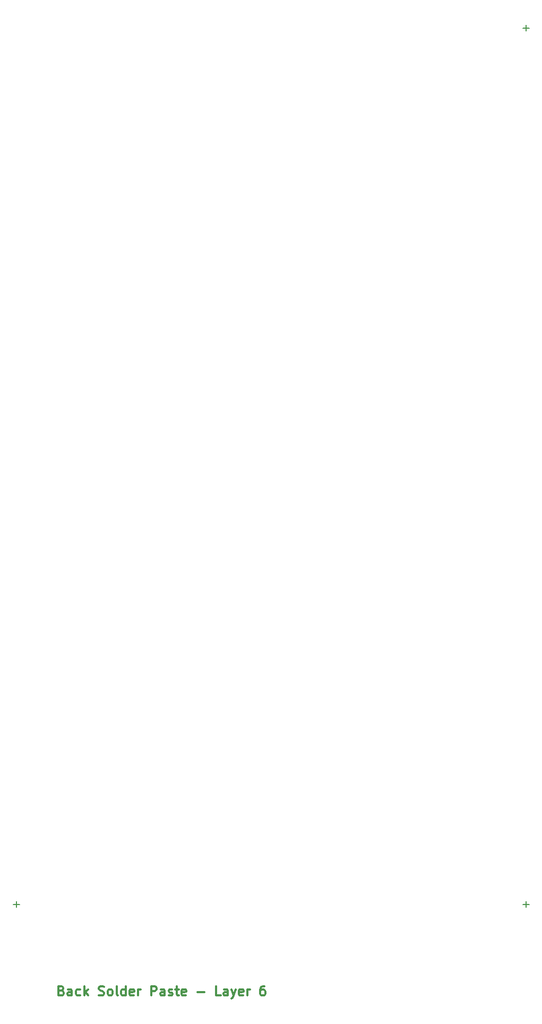
<source format=gbp>
G04 (created by PCBNEW (2013-07-07 BZR 4022)-stable) date 2/21/2016 2:52:37 PM*
%MOIN*%
G04 Gerber Fmt 3.4, Leading zero omitted, Abs format*
%FSLAX34Y34*%
G01*
G70*
G90*
G04 APERTURE LIST*
%ADD10C,0.00590551*%
%ADD11C,0.005*%
%ADD12C,0.0118*%
G04 APERTURE END LIST*
G54D10*
G54D11*
X42190Y-9011D02*
X41809Y-9011D01*
X42000Y-9202D02*
X42000Y-8821D01*
X10190Y-64011D02*
X9809Y-64011D01*
X10000Y-64202D02*
X10000Y-63821D01*
X42190Y-64011D02*
X41809Y-64011D01*
X42000Y-64202D02*
X42000Y-63821D01*
G54D12*
X12837Y-69429D02*
X12922Y-69457D01*
X12950Y-69485D01*
X12978Y-69542D01*
X12978Y-69626D01*
X12950Y-69682D01*
X12922Y-69711D01*
X12865Y-69739D01*
X12640Y-69739D01*
X12640Y-69148D01*
X12837Y-69148D01*
X12894Y-69176D01*
X12922Y-69204D01*
X12950Y-69260D01*
X12950Y-69317D01*
X12922Y-69373D01*
X12894Y-69401D01*
X12837Y-69429D01*
X12640Y-69429D01*
X13485Y-69739D02*
X13485Y-69429D01*
X13456Y-69373D01*
X13400Y-69345D01*
X13288Y-69345D01*
X13231Y-69373D01*
X13485Y-69711D02*
X13428Y-69739D01*
X13288Y-69739D01*
X13231Y-69711D01*
X13203Y-69654D01*
X13203Y-69598D01*
X13231Y-69542D01*
X13288Y-69514D01*
X13428Y-69514D01*
X13485Y-69485D01*
X14019Y-69711D02*
X13963Y-69739D01*
X13850Y-69739D01*
X13794Y-69711D01*
X13766Y-69682D01*
X13738Y-69626D01*
X13738Y-69457D01*
X13766Y-69401D01*
X13794Y-69373D01*
X13850Y-69345D01*
X13963Y-69345D01*
X14019Y-69373D01*
X14272Y-69739D02*
X14272Y-69148D01*
X14329Y-69514D02*
X14498Y-69739D01*
X14498Y-69345D02*
X14272Y-69570D01*
X15173Y-69711D02*
X15258Y-69739D01*
X15398Y-69739D01*
X15455Y-69711D01*
X15483Y-69682D01*
X15511Y-69626D01*
X15511Y-69570D01*
X15483Y-69514D01*
X15455Y-69485D01*
X15398Y-69457D01*
X15286Y-69429D01*
X15229Y-69401D01*
X15201Y-69373D01*
X15173Y-69317D01*
X15173Y-69260D01*
X15201Y-69204D01*
X15229Y-69176D01*
X15286Y-69148D01*
X15426Y-69148D01*
X15511Y-69176D01*
X15849Y-69739D02*
X15792Y-69711D01*
X15764Y-69682D01*
X15736Y-69626D01*
X15736Y-69457D01*
X15764Y-69401D01*
X15792Y-69373D01*
X15849Y-69345D01*
X15933Y-69345D01*
X15989Y-69373D01*
X16017Y-69401D01*
X16046Y-69457D01*
X16046Y-69626D01*
X16017Y-69682D01*
X15989Y-69711D01*
X15933Y-69739D01*
X15849Y-69739D01*
X16383Y-69739D02*
X16327Y-69711D01*
X16299Y-69654D01*
X16299Y-69148D01*
X16862Y-69739D02*
X16862Y-69148D01*
X16862Y-69711D02*
X16805Y-69739D01*
X16693Y-69739D01*
X16636Y-69711D01*
X16608Y-69682D01*
X16580Y-69626D01*
X16580Y-69457D01*
X16608Y-69401D01*
X16636Y-69373D01*
X16693Y-69345D01*
X16805Y-69345D01*
X16862Y-69373D01*
X17368Y-69711D02*
X17312Y-69739D01*
X17199Y-69739D01*
X17143Y-69711D01*
X17115Y-69654D01*
X17115Y-69429D01*
X17143Y-69373D01*
X17199Y-69345D01*
X17312Y-69345D01*
X17368Y-69373D01*
X17396Y-69429D01*
X17396Y-69485D01*
X17115Y-69542D01*
X17650Y-69739D02*
X17650Y-69345D01*
X17650Y-69457D02*
X17678Y-69401D01*
X17706Y-69373D01*
X17762Y-69345D01*
X17818Y-69345D01*
X18466Y-69739D02*
X18466Y-69148D01*
X18691Y-69148D01*
X18747Y-69176D01*
X18775Y-69204D01*
X18803Y-69260D01*
X18803Y-69345D01*
X18775Y-69401D01*
X18747Y-69429D01*
X18691Y-69457D01*
X18466Y-69457D01*
X19310Y-69739D02*
X19310Y-69429D01*
X19282Y-69373D01*
X19226Y-69345D01*
X19113Y-69345D01*
X19057Y-69373D01*
X19310Y-69711D02*
X19254Y-69739D01*
X19113Y-69739D01*
X19057Y-69711D01*
X19029Y-69654D01*
X19029Y-69598D01*
X19057Y-69542D01*
X19113Y-69514D01*
X19254Y-69514D01*
X19310Y-69485D01*
X19563Y-69711D02*
X19620Y-69739D01*
X19732Y-69739D01*
X19788Y-69711D01*
X19817Y-69654D01*
X19817Y-69626D01*
X19788Y-69570D01*
X19732Y-69542D01*
X19648Y-69542D01*
X19591Y-69514D01*
X19563Y-69457D01*
X19563Y-69429D01*
X19591Y-69373D01*
X19648Y-69345D01*
X19732Y-69345D01*
X19788Y-69373D01*
X19985Y-69345D02*
X20211Y-69345D01*
X20070Y-69148D02*
X20070Y-69654D01*
X20098Y-69711D01*
X20154Y-69739D01*
X20211Y-69739D01*
X20633Y-69711D02*
X20576Y-69739D01*
X20464Y-69739D01*
X20408Y-69711D01*
X20379Y-69654D01*
X20379Y-69429D01*
X20408Y-69373D01*
X20464Y-69345D01*
X20576Y-69345D01*
X20633Y-69373D01*
X20661Y-69429D01*
X20661Y-69485D01*
X20379Y-69542D01*
X21364Y-69514D02*
X21815Y-69514D01*
X22828Y-69739D02*
X22546Y-69739D01*
X22546Y-69148D01*
X23278Y-69739D02*
X23278Y-69429D01*
X23250Y-69373D01*
X23194Y-69345D01*
X23081Y-69345D01*
X23025Y-69373D01*
X23278Y-69711D02*
X23222Y-69739D01*
X23081Y-69739D01*
X23025Y-69711D01*
X22997Y-69654D01*
X22997Y-69598D01*
X23025Y-69542D01*
X23081Y-69514D01*
X23222Y-69514D01*
X23278Y-69485D01*
X23503Y-69345D02*
X23644Y-69739D01*
X23785Y-69345D02*
X23644Y-69739D01*
X23588Y-69879D01*
X23560Y-69908D01*
X23503Y-69936D01*
X24235Y-69711D02*
X24179Y-69739D01*
X24066Y-69739D01*
X24010Y-69711D01*
X23982Y-69654D01*
X23982Y-69429D01*
X24010Y-69373D01*
X24066Y-69345D01*
X24179Y-69345D01*
X24235Y-69373D01*
X24263Y-69429D01*
X24263Y-69485D01*
X23982Y-69542D01*
X24516Y-69739D02*
X24516Y-69345D01*
X24516Y-69457D02*
X24545Y-69401D01*
X24573Y-69373D01*
X24629Y-69345D01*
X24685Y-69345D01*
X25586Y-69148D02*
X25473Y-69148D01*
X25417Y-69176D01*
X25389Y-69204D01*
X25333Y-69288D01*
X25304Y-69401D01*
X25304Y-69626D01*
X25333Y-69682D01*
X25361Y-69711D01*
X25417Y-69739D01*
X25530Y-69739D01*
X25586Y-69711D01*
X25614Y-69682D01*
X25642Y-69626D01*
X25642Y-69485D01*
X25614Y-69429D01*
X25586Y-69401D01*
X25530Y-69373D01*
X25417Y-69373D01*
X25361Y-69401D01*
X25333Y-69429D01*
X25304Y-69485D01*
M02*

</source>
